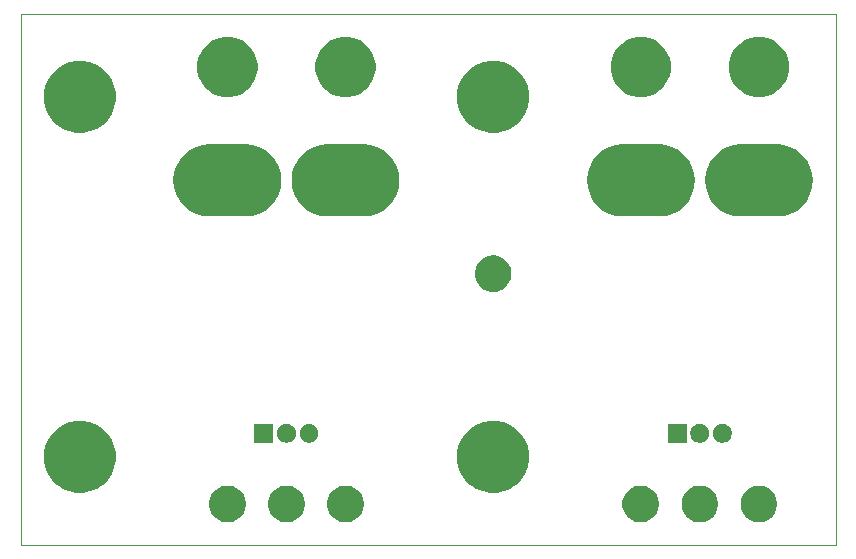
<source format=gbr>
G04 #@! TF.GenerationSoftware,KiCad,Pcbnew,(5.1.5)-3*
G04 #@! TF.CreationDate,2020-06-18T15:27:06+02:00*
G04 #@! TF.ProjectId,Amp_Hall_Effect_Sensor,416d705f-4861-46c6-9c5f-456666656374,Rev. 1*
G04 #@! TF.SameCoordinates,Original*
G04 #@! TF.FileFunction,Soldermask,Bot*
G04 #@! TF.FilePolarity,Negative*
%FSLAX46Y46*%
G04 Gerber Fmt 4.6, Leading zero omitted, Abs format (unit mm)*
G04 Created by KiCad (PCBNEW (5.1.5)-3) date 2020-06-18 15:27:06*
%MOMM*%
%LPD*%
G04 APERTURE LIST*
%ADD10C,0.050000*%
%ADD11C,0.100000*%
G04 APERTURE END LIST*
D10*
X257000000Y-129500000D02*
X188000000Y-129500000D01*
X257000000Y-174500000D02*
X257000000Y-129500000D01*
X255500000Y-174500000D02*
X257000000Y-174500000D01*
X188000000Y-174500000D02*
X255500000Y-174500000D01*
X188000000Y-172000000D02*
X188000000Y-174500000D01*
X188000000Y-129500000D02*
X188000000Y-172000000D01*
D11*
G36*
X215802585Y-169478802D02*
G01*
X215952410Y-169508604D01*
X216234674Y-169625521D01*
X216488705Y-169795259D01*
X216704741Y-170011295D01*
X216874479Y-170265326D01*
X216991396Y-170547590D01*
X217051000Y-170847240D01*
X217051000Y-171152760D01*
X216991396Y-171452410D01*
X216874479Y-171734674D01*
X216704741Y-171988705D01*
X216488705Y-172204741D01*
X216234674Y-172374479D01*
X215952410Y-172491396D01*
X215802585Y-172521198D01*
X215652761Y-172551000D01*
X215347239Y-172551000D01*
X215197415Y-172521198D01*
X215047590Y-172491396D01*
X214765326Y-172374479D01*
X214511295Y-172204741D01*
X214295259Y-171988705D01*
X214125521Y-171734674D01*
X214008604Y-171452410D01*
X213949000Y-171152760D01*
X213949000Y-170847240D01*
X214008604Y-170547590D01*
X214125521Y-170265326D01*
X214295259Y-170011295D01*
X214511295Y-169795259D01*
X214765326Y-169625521D01*
X215047590Y-169508604D01*
X215197415Y-169478802D01*
X215347239Y-169449000D01*
X215652761Y-169449000D01*
X215802585Y-169478802D01*
G37*
G36*
X210802585Y-169478802D02*
G01*
X210952410Y-169508604D01*
X211234674Y-169625521D01*
X211488705Y-169795259D01*
X211704741Y-170011295D01*
X211874479Y-170265326D01*
X211991396Y-170547590D01*
X212051000Y-170847240D01*
X212051000Y-171152760D01*
X211991396Y-171452410D01*
X211874479Y-171734674D01*
X211704741Y-171988705D01*
X211488705Y-172204741D01*
X211234674Y-172374479D01*
X210952410Y-172491396D01*
X210802585Y-172521198D01*
X210652761Y-172551000D01*
X210347239Y-172551000D01*
X210197415Y-172521198D01*
X210047590Y-172491396D01*
X209765326Y-172374479D01*
X209511295Y-172204741D01*
X209295259Y-171988705D01*
X209125521Y-171734674D01*
X209008604Y-171452410D01*
X208949000Y-171152760D01*
X208949000Y-170847240D01*
X209008604Y-170547590D01*
X209125521Y-170265326D01*
X209295259Y-170011295D01*
X209511295Y-169795259D01*
X209765326Y-169625521D01*
X210047590Y-169508604D01*
X210197415Y-169478802D01*
X210347239Y-169449000D01*
X210652761Y-169449000D01*
X210802585Y-169478802D01*
G37*
G36*
X205802585Y-169478802D02*
G01*
X205952410Y-169508604D01*
X206234674Y-169625521D01*
X206488705Y-169795259D01*
X206704741Y-170011295D01*
X206874479Y-170265326D01*
X206991396Y-170547590D01*
X207051000Y-170847240D01*
X207051000Y-171152760D01*
X206991396Y-171452410D01*
X206874479Y-171734674D01*
X206704741Y-171988705D01*
X206488705Y-172204741D01*
X206234674Y-172374479D01*
X205952410Y-172491396D01*
X205802585Y-172521198D01*
X205652761Y-172551000D01*
X205347239Y-172551000D01*
X205197415Y-172521198D01*
X205047590Y-172491396D01*
X204765326Y-172374479D01*
X204511295Y-172204741D01*
X204295259Y-171988705D01*
X204125521Y-171734674D01*
X204008604Y-171452410D01*
X203949000Y-171152760D01*
X203949000Y-170847240D01*
X204008604Y-170547590D01*
X204125521Y-170265326D01*
X204295259Y-170011295D01*
X204511295Y-169795259D01*
X204765326Y-169625521D01*
X205047590Y-169508604D01*
X205197415Y-169478802D01*
X205347239Y-169449000D01*
X205652761Y-169449000D01*
X205802585Y-169478802D01*
G37*
G36*
X250802585Y-169478802D02*
G01*
X250952410Y-169508604D01*
X251234674Y-169625521D01*
X251488705Y-169795259D01*
X251704741Y-170011295D01*
X251874479Y-170265326D01*
X251991396Y-170547590D01*
X252051000Y-170847240D01*
X252051000Y-171152760D01*
X251991396Y-171452410D01*
X251874479Y-171734674D01*
X251704741Y-171988705D01*
X251488705Y-172204741D01*
X251234674Y-172374479D01*
X250952410Y-172491396D01*
X250802585Y-172521198D01*
X250652761Y-172551000D01*
X250347239Y-172551000D01*
X250197415Y-172521198D01*
X250047590Y-172491396D01*
X249765326Y-172374479D01*
X249511295Y-172204741D01*
X249295259Y-171988705D01*
X249125521Y-171734674D01*
X249008604Y-171452410D01*
X248949000Y-171152760D01*
X248949000Y-170847240D01*
X249008604Y-170547590D01*
X249125521Y-170265326D01*
X249295259Y-170011295D01*
X249511295Y-169795259D01*
X249765326Y-169625521D01*
X250047590Y-169508604D01*
X250197415Y-169478802D01*
X250347239Y-169449000D01*
X250652761Y-169449000D01*
X250802585Y-169478802D01*
G37*
G36*
X240802585Y-169478802D02*
G01*
X240952410Y-169508604D01*
X241234674Y-169625521D01*
X241488705Y-169795259D01*
X241704741Y-170011295D01*
X241874479Y-170265326D01*
X241991396Y-170547590D01*
X242051000Y-170847240D01*
X242051000Y-171152760D01*
X241991396Y-171452410D01*
X241874479Y-171734674D01*
X241704741Y-171988705D01*
X241488705Y-172204741D01*
X241234674Y-172374479D01*
X240952410Y-172491396D01*
X240802585Y-172521198D01*
X240652761Y-172551000D01*
X240347239Y-172551000D01*
X240197415Y-172521198D01*
X240047590Y-172491396D01*
X239765326Y-172374479D01*
X239511295Y-172204741D01*
X239295259Y-171988705D01*
X239125521Y-171734674D01*
X239008604Y-171452410D01*
X238949000Y-171152760D01*
X238949000Y-170847240D01*
X239008604Y-170547590D01*
X239125521Y-170265326D01*
X239295259Y-170011295D01*
X239511295Y-169795259D01*
X239765326Y-169625521D01*
X240047590Y-169508604D01*
X240197415Y-169478802D01*
X240347239Y-169449000D01*
X240652761Y-169449000D01*
X240802585Y-169478802D01*
G37*
G36*
X245802585Y-169478802D02*
G01*
X245952410Y-169508604D01*
X246234674Y-169625521D01*
X246488705Y-169795259D01*
X246704741Y-170011295D01*
X246874479Y-170265326D01*
X246991396Y-170547590D01*
X247051000Y-170847240D01*
X247051000Y-171152760D01*
X246991396Y-171452410D01*
X246874479Y-171734674D01*
X246704741Y-171988705D01*
X246488705Y-172204741D01*
X246234674Y-172374479D01*
X245952410Y-172491396D01*
X245802585Y-172521198D01*
X245652761Y-172551000D01*
X245347239Y-172551000D01*
X245197415Y-172521198D01*
X245047590Y-172491396D01*
X244765326Y-172374479D01*
X244511295Y-172204741D01*
X244295259Y-171988705D01*
X244125521Y-171734674D01*
X244008604Y-171452410D01*
X243949000Y-171152760D01*
X243949000Y-170847240D01*
X244008604Y-170547590D01*
X244125521Y-170265326D01*
X244295259Y-170011295D01*
X244511295Y-169795259D01*
X244765326Y-169625521D01*
X245047590Y-169508604D01*
X245197415Y-169478802D01*
X245347239Y-169449000D01*
X245652761Y-169449000D01*
X245802585Y-169478802D01*
G37*
G36*
X228889943Y-164066248D02*
G01*
X229445189Y-164296238D01*
X229445190Y-164296239D01*
X229944899Y-164630134D01*
X230369866Y-165055101D01*
X230385763Y-165078893D01*
X230703762Y-165554811D01*
X230933752Y-166110057D01*
X231051000Y-166699501D01*
X231051000Y-167300499D01*
X230933752Y-167889943D01*
X230703762Y-168445189D01*
X230703761Y-168445190D01*
X230369866Y-168944899D01*
X229944899Y-169369866D01*
X229737263Y-169508604D01*
X229445189Y-169703762D01*
X228889943Y-169933752D01*
X228300499Y-170051000D01*
X227699501Y-170051000D01*
X227110057Y-169933752D01*
X226554811Y-169703762D01*
X226262737Y-169508604D01*
X226055101Y-169369866D01*
X225630134Y-168944899D01*
X225296239Y-168445190D01*
X225296238Y-168445189D01*
X225066248Y-167889943D01*
X224949000Y-167300499D01*
X224949000Y-166699501D01*
X225066248Y-166110057D01*
X225296238Y-165554811D01*
X225614237Y-165078893D01*
X225630134Y-165055101D01*
X226055101Y-164630134D01*
X226554810Y-164296239D01*
X226554811Y-164296238D01*
X227110057Y-164066248D01*
X227699501Y-163949000D01*
X228300499Y-163949000D01*
X228889943Y-164066248D01*
G37*
G36*
X193889943Y-164066248D02*
G01*
X194445189Y-164296238D01*
X194445190Y-164296239D01*
X194944899Y-164630134D01*
X195369866Y-165055101D01*
X195385763Y-165078893D01*
X195703762Y-165554811D01*
X195933752Y-166110057D01*
X196051000Y-166699501D01*
X196051000Y-167300499D01*
X195933752Y-167889943D01*
X195703762Y-168445189D01*
X195703761Y-168445190D01*
X195369866Y-168944899D01*
X194944899Y-169369866D01*
X194737263Y-169508604D01*
X194445189Y-169703762D01*
X193889943Y-169933752D01*
X193300499Y-170051000D01*
X192699501Y-170051000D01*
X192110057Y-169933752D01*
X191554811Y-169703762D01*
X191262737Y-169508604D01*
X191055101Y-169369866D01*
X190630134Y-168944899D01*
X190296239Y-168445190D01*
X190296238Y-168445189D01*
X190066248Y-167889943D01*
X189949000Y-167300499D01*
X189949000Y-166699501D01*
X190066248Y-166110057D01*
X190296238Y-165554811D01*
X190614237Y-165078893D01*
X190630134Y-165055101D01*
X191055101Y-164630134D01*
X191554810Y-164296239D01*
X191554811Y-164296238D01*
X192110057Y-164066248D01*
X192699501Y-163949000D01*
X193300499Y-163949000D01*
X193889943Y-164066248D01*
G37*
G36*
X212643642Y-164229781D02*
G01*
X212789414Y-164290162D01*
X212789416Y-164290163D01*
X212920608Y-164377822D01*
X213032178Y-164489392D01*
X213119837Y-164620584D01*
X213119838Y-164620586D01*
X213180219Y-164766358D01*
X213211000Y-164921107D01*
X213211000Y-165078893D01*
X213180219Y-165233642D01*
X213119838Y-165379414D01*
X213119837Y-165379416D01*
X213032178Y-165510608D01*
X212920608Y-165622178D01*
X212789416Y-165709837D01*
X212789415Y-165709838D01*
X212789414Y-165709838D01*
X212643642Y-165770219D01*
X212488893Y-165801000D01*
X212331107Y-165801000D01*
X212176358Y-165770219D01*
X212030586Y-165709838D01*
X212030585Y-165709838D01*
X212030584Y-165709837D01*
X211899392Y-165622178D01*
X211787822Y-165510608D01*
X211700163Y-165379416D01*
X211700162Y-165379414D01*
X211639781Y-165233642D01*
X211609000Y-165078893D01*
X211609000Y-164921107D01*
X211639781Y-164766358D01*
X211700162Y-164620586D01*
X211700163Y-164620584D01*
X211787822Y-164489392D01*
X211899392Y-164377822D01*
X212030584Y-164290163D01*
X212030586Y-164290162D01*
X212176358Y-164229781D01*
X212331107Y-164199000D01*
X212488893Y-164199000D01*
X212643642Y-164229781D01*
G37*
G36*
X209391000Y-165801000D02*
G01*
X207789000Y-165801000D01*
X207789000Y-164199000D01*
X209391000Y-164199000D01*
X209391000Y-165801000D01*
G37*
G36*
X210733642Y-164229781D02*
G01*
X210879414Y-164290162D01*
X210879416Y-164290163D01*
X211010608Y-164377822D01*
X211122178Y-164489392D01*
X211209837Y-164620584D01*
X211209838Y-164620586D01*
X211270219Y-164766358D01*
X211301000Y-164921107D01*
X211301000Y-165078893D01*
X211270219Y-165233642D01*
X211209838Y-165379414D01*
X211209837Y-165379416D01*
X211122178Y-165510608D01*
X211010608Y-165622178D01*
X210879416Y-165709837D01*
X210879415Y-165709838D01*
X210879414Y-165709838D01*
X210733642Y-165770219D01*
X210578893Y-165801000D01*
X210421107Y-165801000D01*
X210266358Y-165770219D01*
X210120586Y-165709838D01*
X210120585Y-165709838D01*
X210120584Y-165709837D01*
X209989392Y-165622178D01*
X209877822Y-165510608D01*
X209790163Y-165379416D01*
X209790162Y-165379414D01*
X209729781Y-165233642D01*
X209699000Y-165078893D01*
X209699000Y-164921107D01*
X209729781Y-164766358D01*
X209790162Y-164620586D01*
X209790163Y-164620584D01*
X209877822Y-164489392D01*
X209989392Y-164377822D01*
X210120584Y-164290163D01*
X210120586Y-164290162D01*
X210266358Y-164229781D01*
X210421107Y-164199000D01*
X210578893Y-164199000D01*
X210733642Y-164229781D01*
G37*
G36*
X244391000Y-165801000D02*
G01*
X242789000Y-165801000D01*
X242789000Y-164199000D01*
X244391000Y-164199000D01*
X244391000Y-165801000D01*
G37*
G36*
X247643642Y-164229781D02*
G01*
X247789414Y-164290162D01*
X247789416Y-164290163D01*
X247920608Y-164377822D01*
X248032178Y-164489392D01*
X248119837Y-164620584D01*
X248119838Y-164620586D01*
X248180219Y-164766358D01*
X248211000Y-164921107D01*
X248211000Y-165078893D01*
X248180219Y-165233642D01*
X248119838Y-165379414D01*
X248119837Y-165379416D01*
X248032178Y-165510608D01*
X247920608Y-165622178D01*
X247789416Y-165709837D01*
X247789415Y-165709838D01*
X247789414Y-165709838D01*
X247643642Y-165770219D01*
X247488893Y-165801000D01*
X247331107Y-165801000D01*
X247176358Y-165770219D01*
X247030586Y-165709838D01*
X247030585Y-165709838D01*
X247030584Y-165709837D01*
X246899392Y-165622178D01*
X246787822Y-165510608D01*
X246700163Y-165379416D01*
X246700162Y-165379414D01*
X246639781Y-165233642D01*
X246609000Y-165078893D01*
X246609000Y-164921107D01*
X246639781Y-164766358D01*
X246700162Y-164620586D01*
X246700163Y-164620584D01*
X246787822Y-164489392D01*
X246899392Y-164377822D01*
X247030584Y-164290163D01*
X247030586Y-164290162D01*
X247176358Y-164229781D01*
X247331107Y-164199000D01*
X247488893Y-164199000D01*
X247643642Y-164229781D01*
G37*
G36*
X245733642Y-164229781D02*
G01*
X245879414Y-164290162D01*
X245879416Y-164290163D01*
X246010608Y-164377822D01*
X246122178Y-164489392D01*
X246209837Y-164620584D01*
X246209838Y-164620586D01*
X246270219Y-164766358D01*
X246301000Y-164921107D01*
X246301000Y-165078893D01*
X246270219Y-165233642D01*
X246209838Y-165379414D01*
X246209837Y-165379416D01*
X246122178Y-165510608D01*
X246010608Y-165622178D01*
X245879416Y-165709837D01*
X245879415Y-165709838D01*
X245879414Y-165709838D01*
X245733642Y-165770219D01*
X245578893Y-165801000D01*
X245421107Y-165801000D01*
X245266358Y-165770219D01*
X245120586Y-165709838D01*
X245120585Y-165709838D01*
X245120584Y-165709837D01*
X244989392Y-165622178D01*
X244877822Y-165510608D01*
X244790163Y-165379416D01*
X244790162Y-165379414D01*
X244729781Y-165233642D01*
X244699000Y-165078893D01*
X244699000Y-164921107D01*
X244729781Y-164766358D01*
X244790162Y-164620586D01*
X244790163Y-164620584D01*
X244877822Y-164489392D01*
X244989392Y-164377822D01*
X245120584Y-164290163D01*
X245120586Y-164290162D01*
X245266358Y-164229781D01*
X245421107Y-164199000D01*
X245578893Y-164199000D01*
X245733642Y-164229781D01*
G37*
G36*
X228302585Y-149978802D02*
G01*
X228452410Y-150008604D01*
X228734674Y-150125521D01*
X228988705Y-150295259D01*
X229204741Y-150511295D01*
X229374479Y-150765326D01*
X229491396Y-151047590D01*
X229551000Y-151347240D01*
X229551000Y-151652760D01*
X229491396Y-151952410D01*
X229374479Y-152234674D01*
X229204741Y-152488705D01*
X228988705Y-152704741D01*
X228734674Y-152874479D01*
X228452410Y-152991396D01*
X228302585Y-153021198D01*
X228152761Y-153051000D01*
X227847239Y-153051000D01*
X227697415Y-153021198D01*
X227547590Y-152991396D01*
X227265326Y-152874479D01*
X227011295Y-152704741D01*
X226795259Y-152488705D01*
X226625521Y-152234674D01*
X226508604Y-151952410D01*
X226449000Y-151652760D01*
X226449000Y-151347240D01*
X226508604Y-151047590D01*
X226625521Y-150765326D01*
X226795259Y-150511295D01*
X227011295Y-150295259D01*
X227265326Y-150125521D01*
X227547590Y-150008604D01*
X227697415Y-149978802D01*
X227847239Y-149949000D01*
X228152761Y-149949000D01*
X228302585Y-149978802D01*
G37*
G36*
X207598099Y-140593145D02*
G01*
X208173219Y-140767606D01*
X208703245Y-141050911D01*
X209167822Y-141432178D01*
X209549089Y-141896755D01*
X209832394Y-142426781D01*
X210006855Y-143001901D01*
X210065762Y-143600000D01*
X210006855Y-144198099D01*
X209832394Y-144773219D01*
X209549089Y-145303245D01*
X209167822Y-145767822D01*
X208703245Y-146149089D01*
X208173219Y-146432394D01*
X207598099Y-146606855D01*
X207149884Y-146651000D01*
X203850116Y-146651000D01*
X203401901Y-146606855D01*
X202826781Y-146432394D01*
X202296755Y-146149089D01*
X201832178Y-145767822D01*
X201450911Y-145303245D01*
X201167606Y-144773219D01*
X200993145Y-144198099D01*
X200934238Y-143600000D01*
X200993145Y-143001901D01*
X201167606Y-142426781D01*
X201450911Y-141896755D01*
X201832178Y-141432178D01*
X202296755Y-141050911D01*
X202826781Y-140767606D01*
X203401901Y-140593145D01*
X203850116Y-140549000D01*
X207149884Y-140549000D01*
X207598099Y-140593145D01*
G37*
G36*
X242598099Y-140593145D02*
G01*
X243173219Y-140767606D01*
X243703245Y-141050911D01*
X244167822Y-141432178D01*
X244549089Y-141896755D01*
X244832394Y-142426781D01*
X245006855Y-143001901D01*
X245065762Y-143600000D01*
X245006855Y-144198099D01*
X244832394Y-144773219D01*
X244549089Y-145303245D01*
X244167822Y-145767822D01*
X243703245Y-146149089D01*
X243173219Y-146432394D01*
X242598099Y-146606855D01*
X242149884Y-146651000D01*
X238850116Y-146651000D01*
X238401901Y-146606855D01*
X237826781Y-146432394D01*
X237296755Y-146149089D01*
X236832178Y-145767822D01*
X236450911Y-145303245D01*
X236167606Y-144773219D01*
X235993145Y-144198099D01*
X235934238Y-143600000D01*
X235993145Y-143001901D01*
X236167606Y-142426781D01*
X236450911Y-141896755D01*
X236832178Y-141432178D01*
X237296755Y-141050911D01*
X237826781Y-140767606D01*
X238401901Y-140593145D01*
X238850116Y-140549000D01*
X242149884Y-140549000D01*
X242598099Y-140593145D01*
G37*
G36*
X252598099Y-140593145D02*
G01*
X253173219Y-140767606D01*
X253703245Y-141050911D01*
X254167822Y-141432178D01*
X254549089Y-141896755D01*
X254832394Y-142426781D01*
X255006855Y-143001901D01*
X255065762Y-143600000D01*
X255006855Y-144198099D01*
X254832394Y-144773219D01*
X254549089Y-145303245D01*
X254167822Y-145767822D01*
X253703245Y-146149089D01*
X253173219Y-146432394D01*
X252598099Y-146606855D01*
X252149884Y-146651000D01*
X248850116Y-146651000D01*
X248401901Y-146606855D01*
X247826781Y-146432394D01*
X247296755Y-146149089D01*
X246832178Y-145767822D01*
X246450911Y-145303245D01*
X246167606Y-144773219D01*
X245993145Y-144198099D01*
X245934238Y-143600000D01*
X245993145Y-143001901D01*
X246167606Y-142426781D01*
X246450911Y-141896755D01*
X246832178Y-141432178D01*
X247296755Y-141050911D01*
X247826781Y-140767606D01*
X248401901Y-140593145D01*
X248850116Y-140549000D01*
X252149884Y-140549000D01*
X252598099Y-140593145D01*
G37*
G36*
X217598099Y-140593145D02*
G01*
X218173219Y-140767606D01*
X218703245Y-141050911D01*
X219167822Y-141432178D01*
X219549089Y-141896755D01*
X219832394Y-142426781D01*
X220006855Y-143001901D01*
X220065762Y-143600000D01*
X220006855Y-144198099D01*
X219832394Y-144773219D01*
X219549089Y-145303245D01*
X219167822Y-145767822D01*
X218703245Y-146149089D01*
X218173219Y-146432394D01*
X217598099Y-146606855D01*
X217149884Y-146651000D01*
X213850116Y-146651000D01*
X213401901Y-146606855D01*
X212826781Y-146432394D01*
X212296755Y-146149089D01*
X211832178Y-145767822D01*
X211450911Y-145303245D01*
X211167606Y-144773219D01*
X210993145Y-144198099D01*
X210934238Y-143600000D01*
X210993145Y-143001901D01*
X211167606Y-142426781D01*
X211450911Y-141896755D01*
X211832178Y-141432178D01*
X212296755Y-141050911D01*
X212826781Y-140767606D01*
X213401901Y-140593145D01*
X213850116Y-140549000D01*
X217149884Y-140549000D01*
X217598099Y-140593145D01*
G37*
G36*
X228889943Y-133566248D02*
G01*
X229445189Y-133796238D01*
X229445190Y-133796239D01*
X229944899Y-134130134D01*
X230369866Y-134555101D01*
X230369867Y-134555103D01*
X230703762Y-135054811D01*
X230933752Y-135610057D01*
X231051000Y-136199501D01*
X231051000Y-136800499D01*
X230933752Y-137389943D01*
X230703762Y-137945189D01*
X230703761Y-137945190D01*
X230369866Y-138444899D01*
X229944899Y-138869866D01*
X229693347Y-139037948D01*
X229445189Y-139203762D01*
X228889943Y-139433752D01*
X228300499Y-139551000D01*
X227699501Y-139551000D01*
X227110057Y-139433752D01*
X226554811Y-139203762D01*
X226306653Y-139037948D01*
X226055101Y-138869866D01*
X225630134Y-138444899D01*
X225296239Y-137945190D01*
X225296238Y-137945189D01*
X225066248Y-137389943D01*
X224949000Y-136800499D01*
X224949000Y-136199501D01*
X225066248Y-135610057D01*
X225296238Y-135054811D01*
X225630133Y-134555103D01*
X225630134Y-134555101D01*
X226055101Y-134130134D01*
X226554810Y-133796239D01*
X226554811Y-133796238D01*
X227110057Y-133566248D01*
X227699501Y-133449000D01*
X228300499Y-133449000D01*
X228889943Y-133566248D01*
G37*
G36*
X193889943Y-133566248D02*
G01*
X194445189Y-133796238D01*
X194445190Y-133796239D01*
X194944899Y-134130134D01*
X195369866Y-134555101D01*
X195369867Y-134555103D01*
X195703762Y-135054811D01*
X195933752Y-135610057D01*
X196051000Y-136199501D01*
X196051000Y-136800499D01*
X195933752Y-137389943D01*
X195703762Y-137945189D01*
X195703761Y-137945190D01*
X195369866Y-138444899D01*
X194944899Y-138869866D01*
X194693347Y-139037948D01*
X194445189Y-139203762D01*
X193889943Y-139433752D01*
X193300499Y-139551000D01*
X192699501Y-139551000D01*
X192110057Y-139433752D01*
X191554811Y-139203762D01*
X191306653Y-139037948D01*
X191055101Y-138869866D01*
X190630134Y-138444899D01*
X190296239Y-137945190D01*
X190296238Y-137945189D01*
X190066248Y-137389943D01*
X189949000Y-136800499D01*
X189949000Y-136199501D01*
X190066248Y-135610057D01*
X190296238Y-135054811D01*
X190630133Y-134555103D01*
X190630134Y-134555101D01*
X191055101Y-134130134D01*
X191554810Y-133796239D01*
X191554811Y-133796238D01*
X192110057Y-133566248D01*
X192699501Y-133449000D01*
X193300499Y-133449000D01*
X193889943Y-133566248D01*
G37*
G36*
X216244098Y-131547033D02*
G01*
X216708350Y-131739332D01*
X216708352Y-131739333D01*
X217126168Y-132018509D01*
X217481491Y-132373832D01*
X217760667Y-132791648D01*
X217760668Y-132791650D01*
X217952967Y-133255902D01*
X218051000Y-133748747D01*
X218051000Y-134251253D01*
X217952967Y-134744098D01*
X217760668Y-135208350D01*
X217760667Y-135208352D01*
X217481491Y-135626168D01*
X217126168Y-135981491D01*
X216708352Y-136260667D01*
X216708351Y-136260668D01*
X216708350Y-136260668D01*
X216244098Y-136452967D01*
X215751253Y-136551000D01*
X215248747Y-136551000D01*
X214755902Y-136452967D01*
X214291650Y-136260668D01*
X214291649Y-136260668D01*
X214291648Y-136260667D01*
X213873832Y-135981491D01*
X213518509Y-135626168D01*
X213239333Y-135208352D01*
X213239332Y-135208350D01*
X213047033Y-134744098D01*
X212949000Y-134251253D01*
X212949000Y-133748747D01*
X213047033Y-133255902D01*
X213239332Y-132791650D01*
X213239333Y-132791648D01*
X213518509Y-132373832D01*
X213873832Y-132018509D01*
X214291648Y-131739333D01*
X214291650Y-131739332D01*
X214755902Y-131547033D01*
X215248747Y-131449000D01*
X215751253Y-131449000D01*
X216244098Y-131547033D01*
G37*
G36*
X206244098Y-131547033D02*
G01*
X206708350Y-131739332D01*
X206708352Y-131739333D01*
X207126168Y-132018509D01*
X207481491Y-132373832D01*
X207760667Y-132791648D01*
X207760668Y-132791650D01*
X207952967Y-133255902D01*
X208051000Y-133748747D01*
X208051000Y-134251253D01*
X207952967Y-134744098D01*
X207760668Y-135208350D01*
X207760667Y-135208352D01*
X207481491Y-135626168D01*
X207126168Y-135981491D01*
X206708352Y-136260667D01*
X206708351Y-136260668D01*
X206708350Y-136260668D01*
X206244098Y-136452967D01*
X205751253Y-136551000D01*
X205248747Y-136551000D01*
X204755902Y-136452967D01*
X204291650Y-136260668D01*
X204291649Y-136260668D01*
X204291648Y-136260667D01*
X203873832Y-135981491D01*
X203518509Y-135626168D01*
X203239333Y-135208352D01*
X203239332Y-135208350D01*
X203047033Y-134744098D01*
X202949000Y-134251253D01*
X202949000Y-133748747D01*
X203047033Y-133255902D01*
X203239332Y-132791650D01*
X203239333Y-132791648D01*
X203518509Y-132373832D01*
X203873832Y-132018509D01*
X204291648Y-131739333D01*
X204291650Y-131739332D01*
X204755902Y-131547033D01*
X205248747Y-131449000D01*
X205751253Y-131449000D01*
X206244098Y-131547033D01*
G37*
G36*
X241244098Y-131547033D02*
G01*
X241708350Y-131739332D01*
X241708352Y-131739333D01*
X242126168Y-132018509D01*
X242481491Y-132373832D01*
X242760667Y-132791648D01*
X242760668Y-132791650D01*
X242952967Y-133255902D01*
X243051000Y-133748747D01*
X243051000Y-134251253D01*
X242952967Y-134744098D01*
X242760668Y-135208350D01*
X242760667Y-135208352D01*
X242481491Y-135626168D01*
X242126168Y-135981491D01*
X241708352Y-136260667D01*
X241708351Y-136260668D01*
X241708350Y-136260668D01*
X241244098Y-136452967D01*
X240751253Y-136551000D01*
X240248747Y-136551000D01*
X239755902Y-136452967D01*
X239291650Y-136260668D01*
X239291649Y-136260668D01*
X239291648Y-136260667D01*
X238873832Y-135981491D01*
X238518509Y-135626168D01*
X238239333Y-135208352D01*
X238239332Y-135208350D01*
X238047033Y-134744098D01*
X237949000Y-134251253D01*
X237949000Y-133748747D01*
X238047033Y-133255902D01*
X238239332Y-132791650D01*
X238239333Y-132791648D01*
X238518509Y-132373832D01*
X238873832Y-132018509D01*
X239291648Y-131739333D01*
X239291650Y-131739332D01*
X239755902Y-131547033D01*
X240248747Y-131449000D01*
X240751253Y-131449000D01*
X241244098Y-131547033D01*
G37*
G36*
X251244098Y-131547033D02*
G01*
X251708350Y-131739332D01*
X251708352Y-131739333D01*
X252126168Y-132018509D01*
X252481491Y-132373832D01*
X252760667Y-132791648D01*
X252760668Y-132791650D01*
X252952967Y-133255902D01*
X253051000Y-133748747D01*
X253051000Y-134251253D01*
X252952967Y-134744098D01*
X252760668Y-135208350D01*
X252760667Y-135208352D01*
X252481491Y-135626168D01*
X252126168Y-135981491D01*
X251708352Y-136260667D01*
X251708351Y-136260668D01*
X251708350Y-136260668D01*
X251244098Y-136452967D01*
X250751253Y-136551000D01*
X250248747Y-136551000D01*
X249755902Y-136452967D01*
X249291650Y-136260668D01*
X249291649Y-136260668D01*
X249291648Y-136260667D01*
X248873832Y-135981491D01*
X248518509Y-135626168D01*
X248239333Y-135208352D01*
X248239332Y-135208350D01*
X248047033Y-134744098D01*
X247949000Y-134251253D01*
X247949000Y-133748747D01*
X248047033Y-133255902D01*
X248239332Y-132791650D01*
X248239333Y-132791648D01*
X248518509Y-132373832D01*
X248873832Y-132018509D01*
X249291648Y-131739333D01*
X249291650Y-131739332D01*
X249755902Y-131547033D01*
X250248747Y-131449000D01*
X250751253Y-131449000D01*
X251244098Y-131547033D01*
G37*
M02*

</source>
